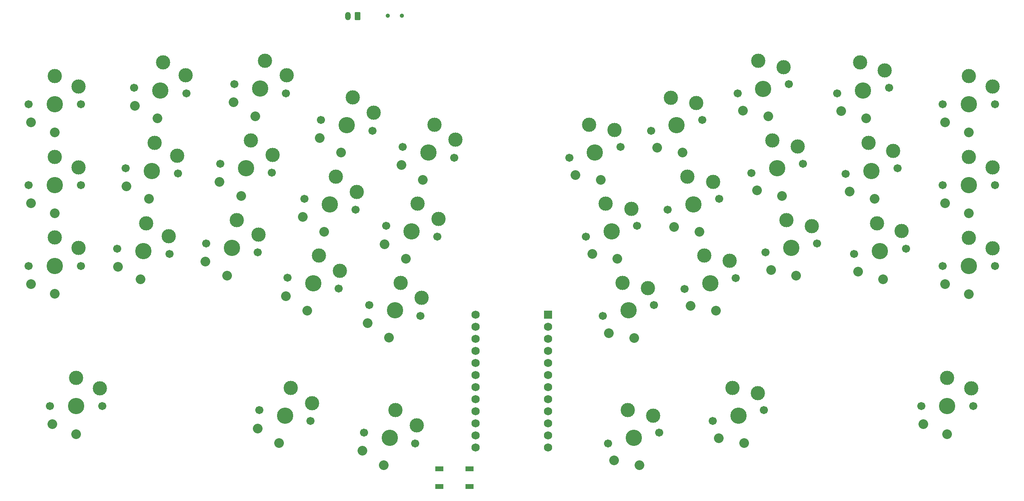
<source format=gts>
G04 #@! TF.GenerationSoftware,KiCad,Pcbnew,(6.0.4-0)*
G04 #@! TF.CreationDate,2022-11-11T23:09:08+01:00*
G04 #@! TF.ProjectId,The-ENDGAME-MX-BAD,5468652d-454e-4444-9741-4d452d4d582d,0_1*
G04 #@! TF.SameCoordinates,Original*
G04 #@! TF.FileFunction,Soldermask,Top*
G04 #@! TF.FilePolarity,Negative*
%FSLAX46Y46*%
G04 Gerber Fmt 4.6, Leading zero omitted, Abs format (unit mm)*
G04 Created by KiCad (PCBNEW (6.0.4-0)) date 2022-11-11 23:09:08*
%MOMM*%
%LPD*%
G01*
G04 APERTURE LIST*
G04 Aperture macros list*
%AMRoundRect*
0 Rectangle with rounded corners*
0 $1 Rounding radius*
0 $2 $3 $4 $5 $6 $7 $8 $9 X,Y pos of 4 corners*
0 Add a 4 corners polygon primitive as box body*
4,1,4,$2,$3,$4,$5,$6,$7,$8,$9,$2,$3,0*
0 Add four circle primitives for the rounded corners*
1,1,$1+$1,$2,$3*
1,1,$1+$1,$4,$5*
1,1,$1+$1,$6,$7*
1,1,$1+$1,$8,$9*
0 Add four rect primitives between the rounded corners*
20,1,$1+$1,$2,$3,$4,$5,0*
20,1,$1+$1,$4,$5,$6,$7,0*
20,1,$1+$1,$6,$7,$8,$9,0*
20,1,$1+$1,$8,$9,$2,$3,0*%
G04 Aperture macros list end*
%ADD10C,1.701800*%
%ADD11C,3.000000*%
%ADD12C,3.429000*%
%ADD13C,2.032000*%
%ADD14R,1.700000X1.000000*%
%ADD15R,1.752600X1.752600*%
%ADD16C,1.752600*%
%ADD17C,0.900000*%
%ADD18RoundRect,0.250000X0.350000X0.625000X-0.350000X0.625000X-0.350000X-0.625000X0.350000X-0.625000X0*%
%ADD19O,1.200000X1.750000*%
G04 APERTURE END LIST*
D10*
X110372768Y-92875193D03*
X99613144Y-90588165D03*
D11*
X110663363Y-89103184D03*
X106230031Y-85911701D03*
D12*
X104992956Y-91731679D03*
D13*
X103766277Y-97502750D03*
X99312154Y-94409081D03*
D11*
X244307659Y-100960589D03*
D12*
X239307659Y-104710589D03*
D11*
X239307659Y-98760589D03*
D10*
X233807659Y-104710589D03*
X244807659Y-104710589D03*
D13*
X239307659Y-110610589D03*
X234307659Y-108510589D03*
D11*
X239307660Y-64760588D03*
D10*
X244807660Y-70710588D03*
D12*
X239307660Y-70710588D03*
D11*
X244307660Y-66960588D03*
D10*
X233807660Y-70710588D03*
D13*
X239307660Y-76610588D03*
X234307660Y-74510588D03*
D12*
X47106660Y-70702588D03*
D10*
X52606660Y-70702588D03*
D11*
X47106660Y-64752588D03*
D10*
X41606660Y-70702588D03*
D11*
X52106660Y-66952588D03*
D13*
X47106660Y-76602588D03*
X42106660Y-74502588D03*
D11*
X123216869Y-138258693D03*
D10*
X112166650Y-139743674D03*
X122926274Y-142030702D03*
D11*
X118783537Y-135067210D03*
D12*
X117546462Y-140887188D03*
D13*
X116319783Y-146658259D03*
X111865660Y-143564590D03*
D11*
X166531257Y-108247091D03*
X171879401Y-109359457D03*
D10*
X162388520Y-115210583D03*
X173148144Y-112923555D03*
D12*
X167768332Y-114067069D03*
D13*
X168995011Y-119838140D03*
X163667658Y-118823588D03*
D11*
X119883541Y-108242207D03*
X124316873Y-111433690D03*
D10*
X124026278Y-115205699D03*
D12*
X118646466Y-114062185D03*
D10*
X113266654Y-112918671D03*
D13*
X117419787Y-119833256D03*
X112965664Y-116739587D03*
D11*
X95876821Y-64600303D03*
X91334809Y-61565485D03*
D12*
X90301602Y-67425091D03*
D10*
X84885159Y-66470026D03*
X95718045Y-68380156D03*
D13*
X89277078Y-73235457D03*
X84717700Y-70299120D03*
D10*
X190696356Y-68389678D03*
D12*
X196112799Y-67434613D03*
D10*
X201529242Y-66479548D03*
D11*
X200385657Y-62873343D03*
X195079592Y-61575007D03*
D13*
X197137323Y-73244979D03*
X191848623Y-72045123D03*
D11*
X72912056Y-81509362D03*
D10*
X73017335Y-85291084D03*
D11*
X68169409Y-78798772D03*
D12*
X67547465Y-84716177D03*
D10*
X62077595Y-84141270D03*
D13*
X66930747Y-90583856D03*
X62177647Y-87972718D03*
D11*
X51610658Y-128259589D03*
D10*
X57110658Y-134209589D03*
D12*
X51610658Y-134209589D03*
D10*
X46110658Y-134209589D03*
D11*
X56610658Y-130459589D03*
D13*
X51610658Y-140109589D03*
X46610658Y-138009589D03*
D10*
X172512523Y-76255562D03*
D11*
X176655260Y-69292070D03*
D12*
X177892335Y-75112048D03*
D11*
X182003404Y-70404436D03*
D10*
X183272147Y-73968534D03*
D13*
X179119014Y-80883119D03*
X173791661Y-79868567D03*
D11*
X102695541Y-102540209D03*
D10*
X96078654Y-107216673D03*
D12*
X101458466Y-108360187D03*
D11*
X107128873Y-105731692D03*
D10*
X106838278Y-109503701D03*
D13*
X100231787Y-114131258D03*
X95777664Y-111037589D03*
D11*
X221673604Y-63566071D03*
D12*
X217092976Y-67818170D03*
D10*
X222562846Y-67243263D03*
X211623106Y-68393077D03*
D11*
X216471032Y-61900765D03*
D13*
X217709694Y-73685849D03*
X212517575Y-72119996D03*
D10*
X52606663Y-87702586D03*
D12*
X47106663Y-87702586D03*
D11*
X52106663Y-83952586D03*
X47106663Y-81752586D03*
D10*
X41606663Y-87702586D03*
D13*
X47106663Y-93602586D03*
X42106663Y-91502586D03*
D11*
X131385870Y-78176677D03*
D12*
X125715463Y-80805172D03*
D11*
X126952538Y-74985194D03*
D10*
X131095275Y-81948686D03*
X120335651Y-79661658D03*
D13*
X124488784Y-86576243D03*
X120034661Y-83482574D03*
D10*
X240305660Y-134211587D03*
D11*
X234805660Y-128261587D03*
D12*
X234805660Y-134211587D03*
D10*
X229305660Y-134211587D03*
D11*
X239805660Y-130461587D03*
D13*
X234805660Y-140111587D03*
X229805660Y-138011587D03*
D10*
X193648370Y-85131407D03*
D11*
X203337671Y-79615072D03*
D10*
X204481256Y-83221277D03*
D11*
X198031606Y-78316736D03*
D12*
X199064813Y-84176342D03*
D13*
X200089337Y-89986708D03*
X194800637Y-88786852D03*
D10*
X226116810Y-101057002D03*
X215177070Y-102206816D03*
D12*
X220646940Y-101631909D03*
D11*
X225227568Y-97379810D03*
X220024996Y-95714504D03*
D13*
X221263658Y-107499588D03*
X216071539Y-105933735D03*
D11*
X127851364Y-94805183D03*
D10*
X127560769Y-98577192D03*
D12*
X122180957Y-97433678D03*
D11*
X123418032Y-91613700D03*
D10*
X116801145Y-96290164D03*
D13*
X120954278Y-103204749D03*
X116500155Y-100111080D03*
D10*
X207433279Y-99963016D03*
D11*
X200983629Y-95058475D03*
D10*
X196600393Y-101873146D03*
D12*
X202016836Y-100918081D03*
D11*
X206289694Y-96356811D03*
D13*
X203041360Y-106728447D03*
X197752660Y-105528591D03*
D10*
X158854023Y-98582071D03*
X169613647Y-96295043D03*
D11*
X168344904Y-92730945D03*
X162996760Y-91618579D03*
D12*
X164233835Y-97438557D03*
D13*
X165460514Y-103209628D03*
X160133161Y-102195076D03*
D11*
X47106660Y-98752588D03*
X52106660Y-100952588D03*
D12*
X47106660Y-104702588D03*
D10*
X52606660Y-104702588D03*
X41606660Y-104702588D03*
D13*
X47106660Y-110602588D03*
X42106660Y-108502588D03*
D12*
X65770474Y-101623045D03*
D11*
X71135065Y-98416230D03*
X66392418Y-95705640D03*
D10*
X60300604Y-101048138D03*
X71240344Y-102197952D03*
D13*
X65153756Y-107490724D03*
X60400656Y-104879586D03*
D10*
X190341147Y-107225556D03*
D12*
X184961335Y-108369070D03*
D11*
X189072404Y-103661458D03*
X183724260Y-102549092D03*
D10*
X179581523Y-109512584D03*
D13*
X186188014Y-114140141D03*
X180860661Y-113125589D03*
D10*
X185500520Y-137356582D03*
D12*
X190880332Y-136213068D03*
D11*
X194991401Y-131505456D03*
X189643257Y-130393090D03*
D10*
X196260144Y-135069554D03*
D13*
X192107011Y-141984139D03*
X186779658Y-140969587D03*
D11*
X218248017Y-78807641D03*
D10*
X224339831Y-84150139D03*
D12*
X218869961Y-84725046D03*
D11*
X223450589Y-80472947D03*
D10*
X213400091Y-85299953D03*
D13*
X219486679Y-90592725D03*
X214294560Y-89026872D03*
D14*
X134331031Y-151156408D03*
X128031031Y-151156408D03*
X128031031Y-147356408D03*
X134331031Y-147356408D03*
D10*
X155319524Y-81953564D03*
D12*
X160699336Y-80810050D03*
D10*
X166079148Y-79666536D03*
D11*
X164810405Y-76102438D03*
X159462261Y-74990072D03*
D13*
X161926015Y-86581121D03*
X156598662Y-85566569D03*
D11*
X74689040Y-64602493D03*
D12*
X69324449Y-67809308D03*
D10*
X74794319Y-68384215D03*
D11*
X69946393Y-61891903D03*
D10*
X63854579Y-67234401D03*
D13*
X68707731Y-73676987D03*
X63954631Y-71065849D03*
D10*
X244807661Y-87710587D03*
X233807661Y-87710587D03*
D11*
X244307661Y-83960587D03*
X239307661Y-81760587D03*
D12*
X239307661Y-87710587D03*
D13*
X239307661Y-93610587D03*
X234307661Y-91510587D03*
D10*
X78981118Y-99953499D03*
D11*
X85430768Y-95048958D03*
D10*
X89814004Y-101863629D03*
D11*
X89972780Y-98083776D03*
D12*
X84397561Y-100908564D03*
D13*
X83373037Y-106718930D03*
X78813659Y-103782593D03*
D10*
X176047021Y-92884073D03*
D11*
X185537902Y-87032947D03*
X180189758Y-85920581D03*
D10*
X186806645Y-90597045D03*
D12*
X181426833Y-91740559D03*
D13*
X182653512Y-97511630D03*
X177326159Y-96497078D03*
D11*
X96772540Y-130392216D03*
X101205872Y-133583699D03*
D12*
X95535465Y-136212194D03*
D10*
X100915277Y-137355708D03*
X90155653Y-135068680D03*
D13*
X94308786Y-141983265D03*
X89854663Y-138889596D03*
D10*
X92766026Y-85121891D03*
D11*
X88382790Y-78307220D03*
D12*
X87349583Y-84166826D03*
D11*
X92924802Y-81342038D03*
D10*
X81933140Y-83211761D03*
D13*
X86325059Y-89977192D03*
X81765681Y-87040855D03*
D11*
X109764536Y-69283196D03*
D10*
X113907273Y-76246688D03*
D12*
X108527461Y-75103174D03*
D10*
X103147649Y-73959660D03*
D11*
X114197868Y-72474679D03*
D13*
X107300782Y-80874245D03*
X102846659Y-77780576D03*
D11*
X172977402Y-136183459D03*
D10*
X174246145Y-139747557D03*
D12*
X168866333Y-140891071D03*
D10*
X163486521Y-142034585D03*
D11*
X167629258Y-135071093D03*
D13*
X170093012Y-146662142D03*
X164765659Y-145647590D03*
D15*
X150832657Y-114940588D03*
D16*
X150832657Y-117480588D03*
X150832657Y-120020588D03*
X150832657Y-122560588D03*
X150832657Y-125100588D03*
X150832657Y-127640588D03*
X150832657Y-130180588D03*
X150832657Y-132720588D03*
X150832657Y-135260588D03*
X150832657Y-137800588D03*
X150832657Y-140340588D03*
X150832657Y-142880588D03*
X135592657Y-142880588D03*
X135592657Y-140340588D03*
X135592657Y-137800588D03*
X135592657Y-135260588D03*
X135592657Y-132720588D03*
X135592657Y-130180588D03*
X135592657Y-127640588D03*
X135592657Y-125100588D03*
X135592657Y-122560588D03*
X135592657Y-120020588D03*
X135592657Y-117480588D03*
X135592657Y-114940588D03*
D17*
X120122030Y-52033406D03*
X117122030Y-52033406D03*
D18*
X110820032Y-52103408D03*
D19*
X108820032Y-52103408D03*
M02*

</source>
